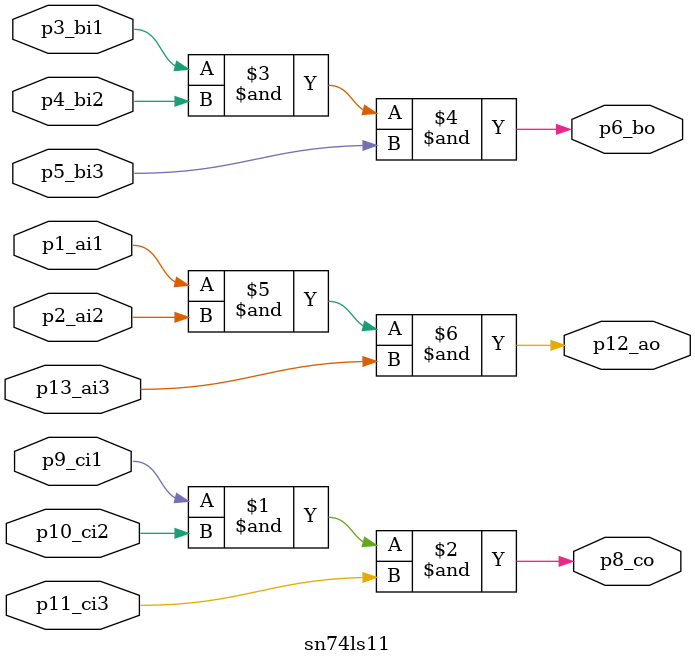
<source format=v>
module sn74ls11
  (
   output p8_co,
   output p6_bo,
   output p12_ao,

   input  p9_ci1,
   input  p10_ci2,
   input  p11_ci3,

   input  p3_bi1,
   input  p4_bi2,
   input  p5_bi3,

   input  p1_ai1,
   input  p2_ai2,
   input  p13_ai3
   );

    // 3-in AND
    assign p8_co = p9_ci1 & p10_ci2 & p11_ci3;
    assign p6_bo = p3_bi1 & p4_bi2 & p5_bi3;
    assign p12_ao = p1_ai1 & p2_ai2 & p13_ai3;

endmodule // sn74ls11

</source>
